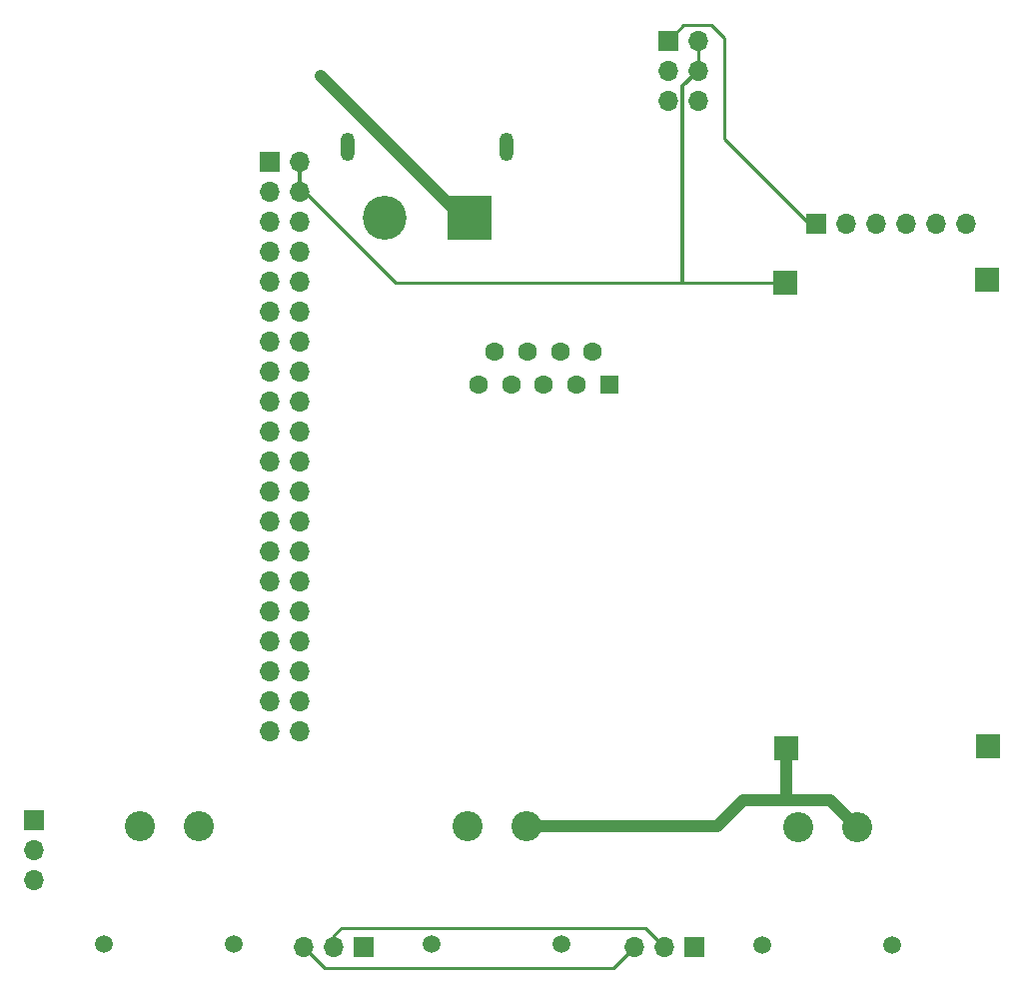
<source format=gbr>
%TF.GenerationSoftware,KiCad,Pcbnew,6.0.8-f2edbf62ab~116~ubuntu22.04.1*%
%TF.CreationDate,2022-11-23T03:00:05-05:00*%
%TF.ProjectId,MJBOTS-CubeSat,4d4a424f-5453-42d4-9375-62655361742e,rev?*%
%TF.SameCoordinates,Original*%
%TF.FileFunction,Copper,L1,Top*%
%TF.FilePolarity,Positive*%
%FSLAX46Y46*%
G04 Gerber Fmt 4.6, Leading zero omitted, Abs format (unit mm)*
G04 Created by KiCad (PCBNEW 6.0.8-f2edbf62ab~116~ubuntu22.04.1) date 2022-11-23 03:00:05*
%MOMM*%
%LPD*%
G01*
G04 APERTURE LIST*
%TA.AperFunction,ComponentPad*%
%ADD10R,1.600000X1.600000*%
%TD*%
%TA.AperFunction,ComponentPad*%
%ADD11C,1.600000*%
%TD*%
%TA.AperFunction,ComponentPad*%
%ADD12C,2.550000*%
%TD*%
%TA.AperFunction,ComponentPad*%
%ADD13C,1.500000*%
%TD*%
%TA.AperFunction,ComponentPad*%
%ADD14R,1.700000X1.700000*%
%TD*%
%TA.AperFunction,ComponentPad*%
%ADD15O,1.700000X1.700000*%
%TD*%
%TA.AperFunction,ComponentPad*%
%ADD16R,3.716000X3.716000*%
%TD*%
%TA.AperFunction,ComponentPad*%
%ADD17C,3.716000*%
%TD*%
%TA.AperFunction,ComponentPad*%
%ADD18O,1.200000X2.400000*%
%TD*%
%TA.AperFunction,ComponentPad*%
%ADD19R,2.000000X2.000000*%
%TD*%
%TA.AperFunction,ViaPad*%
%ADD20C,1.000000*%
%TD*%
%TA.AperFunction,Conductor*%
%ADD21C,0.250000*%
%TD*%
%TA.AperFunction,Conductor*%
%ADD22C,0.300000*%
%TD*%
%TA.AperFunction,Conductor*%
%ADD23C,1.000000*%
%TD*%
G04 APERTURE END LIST*
D10*
%TO.P,J4,1,1*%
%TO.N,unconnected-(J4-Pad1)*%
X147700000Y-76000000D03*
D11*
%TO.P,J4,2,2*%
%TO.N,/CAN_L*%
X144930000Y-76000000D03*
%TO.P,J4,3,3*%
%TO.N,GND*%
X142160000Y-76000000D03*
%TO.P,J4,4,4*%
%TO.N,unconnected-(J4-Pad4)*%
X139390000Y-76000000D03*
%TO.P,J4,5,5*%
%TO.N,unconnected-(J4-Pad5)*%
X136620000Y-76000000D03*
%TO.P,J4,6,6*%
%TO.N,unconnected-(J4-Pad6)*%
X146315000Y-73160000D03*
%TO.P,J4,7,7*%
%TO.N,/CAN_H*%
X143545000Y-73160000D03*
%TO.P,J4,8,8*%
%TO.N,unconnected-(J4-Pad8)*%
X140775000Y-73160000D03*
%TO.P,J4,9,9*%
%TO.N,unconnected-(J4-Pad9)*%
X138005000Y-73160000D03*
%TD*%
D12*
%TO.P,J9,1,+*%
%TO.N,/VCC*%
X112900000Y-113388000D03*
%TO.P,J9,2,-*%
%TO.N,GND*%
X107900000Y-113388000D03*
D13*
%TO.P,J9,3*%
%TO.N,N/C*%
X104900000Y-123388000D03*
%TO.P,J9,4*%
X115900000Y-123388000D03*
%TD*%
D14*
%TO.P,J1,1,Pin_1*%
%TO.N,/3.3V*%
X152725000Y-46800000D03*
D15*
%TO.P,J1,2,Pin_2*%
%TO.N,/5V*%
X155265000Y-46800000D03*
%TO.P,J1,3,Pin_3*%
%TO.N,/SDA*%
X152725000Y-49340000D03*
%TO.P,J1,4,Pin_4*%
%TO.N,/5V*%
X155265000Y-49340000D03*
%TO.P,J1,5,Pin_5*%
%TO.N,/SCL*%
X152725000Y-51880000D03*
%TO.P,J1,6,Pin_6*%
%TO.N,GND*%
X155265000Y-51880000D03*
%TD*%
D14*
%TO.P,J2,1,Pin_1*%
%TO.N,/3.3V*%
X165250000Y-62300000D03*
D15*
%TO.P,J2,2,Pin_2*%
%TO.N,unconnected-(J2-Pad2)*%
X167790000Y-62300000D03*
%TO.P,J2,3,Pin_3*%
%TO.N,GND*%
X170330000Y-62300000D03*
%TO.P,J2,4,Pin_4*%
%TO.N,/SCL*%
X172870000Y-62300000D03*
%TO.P,J2,5,Pin_5*%
%TO.N,/SDA*%
X175410000Y-62300000D03*
%TO.P,J2,6,Pin_6*%
%TO.N,unconnected-(J2-Pad6)*%
X177950000Y-62300000D03*
%TD*%
D16*
%TO.P,J7,1,+*%
%TO.N,/VCC*%
X135900000Y-61800000D03*
D17*
%TO.P,J7,2,-*%
%TO.N,GND*%
X128700000Y-61800000D03*
D18*
%TO.P,J7,S1*%
%TO.N,N/C*%
X139050000Y-55800000D03*
%TO.P,J7,S2*%
X125550000Y-55800000D03*
%TD*%
D19*
%TO.P,U1,1,IN+*%
%TO.N,/VCC*%
X162750000Y-106750000D03*
%TO.P,U1,2,IN-*%
%TO.N,GND*%
X179850000Y-106600000D03*
%TO.P,U1,3,OUT+*%
%TO.N,/5V*%
X162602000Y-67314000D03*
%TO.P,U1,4,OUT-*%
%TO.N,GND*%
X179750000Y-67050000D03*
%TD*%
D14*
%TO.P,J6,1,Pin_1*%
%TO.N,GND*%
X99000000Y-112875000D03*
D15*
%TO.P,J6,2,Pin_2*%
%TO.N,/CAN_H*%
X99000000Y-115415000D03*
%TO.P,J6,3,Pin_3*%
%TO.N,/CAN_L*%
X99000000Y-117955000D03*
%TD*%
D14*
%TO.P,J3,1,Pin_1*%
%TO.N,/3.3V*%
X118925000Y-57075000D03*
D15*
%TO.P,J3,2,Pin_2*%
%TO.N,/5V*%
X121465000Y-57075000D03*
%TO.P,J3,3,Pin_3*%
%TO.N,/SDA*%
X118925000Y-59615000D03*
%TO.P,J3,4,Pin_4*%
%TO.N,/5V*%
X121465000Y-59615000D03*
%TO.P,J3,5,Pin_5*%
%TO.N,/SCL*%
X118925000Y-62155000D03*
%TO.P,J3,6,Pin_6*%
%TO.N,GND*%
X121465000Y-62155000D03*
%TO.P,J3,7,Pin_7*%
%TO.N,unconnected-(J3-Pad7)*%
X118925000Y-64695000D03*
%TO.P,J3,8,Pin_8*%
%TO.N,unconnected-(J3-Pad8)*%
X121465000Y-64695000D03*
%TO.P,J3,9,Pin_9*%
%TO.N,unconnected-(J3-Pad9)*%
X118925000Y-67235000D03*
%TO.P,J3,10,Pin_10*%
%TO.N,unconnected-(J3-Pad10)*%
X121465000Y-67235000D03*
%TO.P,J3,11,Pin_11*%
%TO.N,unconnected-(J3-Pad11)*%
X118925000Y-69775000D03*
%TO.P,J3,12,Pin_12*%
%TO.N,unconnected-(J3-Pad12)*%
X121465000Y-69775000D03*
%TO.P,J3,13,Pin_13*%
%TO.N,unconnected-(J3-Pad13)*%
X118925000Y-72315000D03*
%TO.P,J3,14,Pin_14*%
%TO.N,unconnected-(J3-Pad14)*%
X121465000Y-72315000D03*
%TO.P,J3,15,Pin_15*%
%TO.N,unconnected-(J3-Pad15)*%
X118925000Y-74855000D03*
%TO.P,J3,16,Pin_16*%
%TO.N,unconnected-(J3-Pad16)*%
X121465000Y-74855000D03*
%TO.P,J3,17,Pin_17*%
%TO.N,unconnected-(J3-Pad17)*%
X118925000Y-77395000D03*
%TO.P,J3,18,Pin_18*%
%TO.N,unconnected-(J3-Pad18)*%
X121465000Y-77395000D03*
%TO.P,J3,19,Pin_19*%
%TO.N,/MOSI*%
X118925000Y-79935000D03*
%TO.P,J3,20,Pin_20*%
%TO.N,unconnected-(J3-Pad20)*%
X121465000Y-79935000D03*
%TO.P,J3,21,Pin_21*%
%TO.N,/MISO*%
X118925000Y-82475000D03*
%TO.P,J3,22,Pin_22*%
%TO.N,unconnected-(J3-Pad22)*%
X121465000Y-82475000D03*
%TO.P,J3,23,Pin_23*%
%TO.N,/SCLK*%
X118925000Y-85015000D03*
%TO.P,J3,24,Pin_24*%
%TO.N,/CS*%
X121465000Y-85015000D03*
%TO.P,J3,25,Pin_25*%
%TO.N,unconnected-(J3-Pad25)*%
X118925000Y-87555000D03*
%TO.P,J3,26,Pin_26*%
%TO.N,unconnected-(J3-Pad26)*%
X121465000Y-87555000D03*
%TO.P,J3,27,Pin_27*%
%TO.N,unconnected-(J3-Pad27)*%
X118925000Y-90095000D03*
%TO.P,J3,28,Pin_28*%
%TO.N,unconnected-(J3-Pad28)*%
X121465000Y-90095000D03*
%TO.P,J3,29,Pin_29*%
%TO.N,unconnected-(J3-Pad29)*%
X118925000Y-92635000D03*
%TO.P,J3,30,Pin_30*%
%TO.N,unconnected-(J3-Pad30)*%
X121465000Y-92635000D03*
%TO.P,J3,31,Pin_31*%
%TO.N,unconnected-(J3-Pad31)*%
X118925000Y-95175000D03*
%TO.P,J3,32,Pin_32*%
%TO.N,unconnected-(J3-Pad32)*%
X121465000Y-95175000D03*
%TO.P,J3,33,Pin_33*%
%TO.N,unconnected-(J3-Pad33)*%
X118925000Y-97715000D03*
%TO.P,J3,34,Pin_34*%
%TO.N,unconnected-(J3-Pad34)*%
X121465000Y-97715000D03*
%TO.P,J3,35,Pin_35*%
%TO.N,unconnected-(J3-Pad35)*%
X118925000Y-100255000D03*
%TO.P,J3,36,Pin_36*%
%TO.N,unconnected-(J3-Pad36)*%
X121465000Y-100255000D03*
%TO.P,J3,37,Pin_37*%
%TO.N,unconnected-(J3-Pad37)*%
X118925000Y-102795000D03*
%TO.P,J3,38,Pin_38*%
%TO.N,unconnected-(J3-Pad38)*%
X121465000Y-102795000D03*
%TO.P,J3,39,Pin_39*%
%TO.N,unconnected-(J3-Pad39)*%
X118925000Y-105335000D03*
%TO.P,J3,40,Pin_40*%
%TO.N,unconnected-(J3-Pad40)*%
X121465000Y-105335000D03*
%TD*%
D14*
%TO.P,J12,1,Pin_1*%
%TO.N,GND*%
X126900000Y-123600000D03*
D15*
%TO.P,J12,2,Pin_2*%
%TO.N,/CAN_H*%
X124360000Y-123600000D03*
%TO.P,J12,3,Pin_3*%
%TO.N,/CAN_L*%
X121820000Y-123600000D03*
%TD*%
D13*
%TO.P,J8,4*%
%TO.N,N/C*%
X171700000Y-123488000D03*
%TO.P,J8,3*%
X160700000Y-123488000D03*
D12*
%TO.P,J8,2,-*%
%TO.N,GND*%
X163700000Y-113488000D03*
%TO.P,J8,1,+*%
%TO.N,/VCC*%
X168700000Y-113488000D03*
%TD*%
D15*
%TO.P,J5,3,Pin_3*%
%TO.N,/CAN_L*%
X149845000Y-123600000D03*
%TO.P,J5,2,Pin_2*%
%TO.N,/CAN_H*%
X152385000Y-123600000D03*
D14*
%TO.P,J5,1,Pin_1*%
%TO.N,GND*%
X154925000Y-123600000D03*
%TD*%
D12*
%TO.P,J10,1,+*%
%TO.N,/VCC*%
X140700000Y-113388000D03*
%TO.P,J10,2,-*%
%TO.N,GND*%
X135700000Y-113388000D03*
D13*
%TO.P,J10,3*%
%TO.N,N/C*%
X132700000Y-123388000D03*
%TO.P,J10,4*%
X143700000Y-123388000D03*
%TD*%
D20*
%TO.N,/VCC*%
X123300000Y-49800000D03*
%TD*%
D21*
%TO.N,/5V*%
X162602000Y-67314000D02*
X153886000Y-67314000D01*
X153886000Y-67314000D02*
X129614000Y-67314000D01*
D22*
X155265000Y-49340000D02*
X153925000Y-50680000D01*
X153925000Y-50680000D02*
X153925000Y-67275000D01*
D21*
X129614000Y-67314000D02*
X121915000Y-59615000D01*
X121915000Y-59615000D02*
X121465000Y-59615000D01*
D23*
%TO.N,/VCC*%
X123300000Y-49800000D02*
X135300000Y-61800000D01*
X135300000Y-61800000D02*
X135900000Y-61800000D01*
D21*
%TO.N,/3.3V*%
X165250000Y-62300000D02*
X164700000Y-62300000D01*
X164700000Y-62300000D02*
X157500000Y-55100000D01*
X154025000Y-45500000D02*
X152725000Y-46800000D01*
X157500000Y-55100000D02*
X157500000Y-46600000D01*
X157500000Y-46600000D02*
X156400000Y-45500000D01*
X156400000Y-45500000D02*
X154025000Y-45500000D01*
%TO.N,/5V*%
X155265000Y-46800000D02*
X155265000Y-49340000D01*
%TO.N,/CAN_L*%
X149845000Y-123600000D02*
X148045000Y-125400000D01*
X148045000Y-125400000D02*
X123620000Y-125400000D01*
X123620000Y-125400000D02*
X121820000Y-123600000D01*
%TO.N,/CAN_H*%
X124360000Y-123600000D02*
X124360000Y-122640000D01*
X125000000Y-122000000D02*
X150785000Y-122000000D01*
X124360000Y-122640000D02*
X125000000Y-122000000D01*
X150785000Y-122000000D02*
X152385000Y-123600000D01*
D23*
%TO.N,/VCC*%
X159100000Y-111200000D02*
X162700000Y-111200000D01*
X162750000Y-106750000D02*
X162750000Y-111150000D01*
X162750000Y-111150000D02*
X162700000Y-111200000D01*
X162700000Y-111200000D02*
X166412000Y-111200000D01*
X140700000Y-113388000D02*
X156912000Y-113388000D01*
X166412000Y-111200000D02*
X168700000Y-113488000D01*
X156912000Y-113388000D02*
X159100000Y-111200000D01*
D22*
%TO.N,/5V*%
X121465000Y-57075000D02*
X121465000Y-59615000D01*
%TD*%
M02*

</source>
